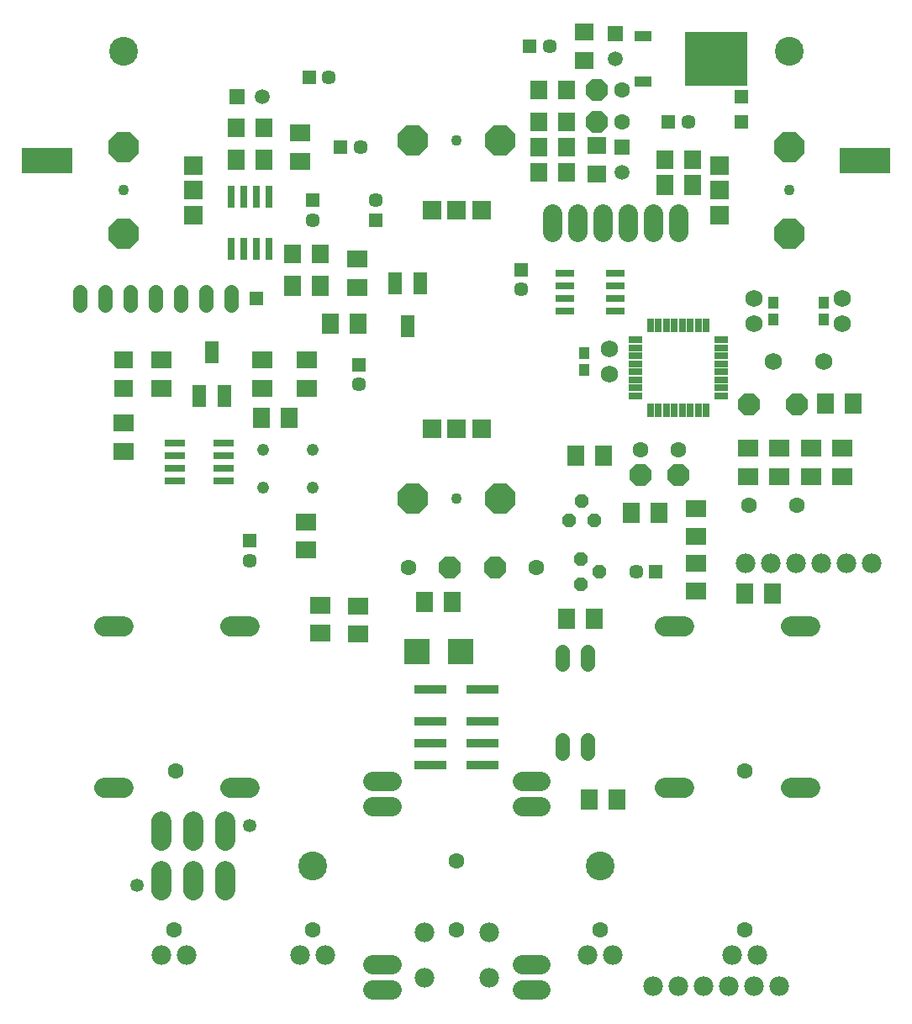
<source format=gbr>
G04 EAGLE Gerber X2 export*
%TF.Part,Single*%
%TF.FileFunction,Soldermask,Top,1*%
%TF.FilePolarity,Positive*%
%TF.GenerationSoftware,Autodesk,EAGLE,9.2.2*%
%TF.CreationDate,2019-06-08T20:54:27Z*%
G75*
%MOMM*%
%FSLAX34Y34*%
%LPD*%
%INSoldermask Top*%
%AMOC8*
5,1,8,0,0,1.08239X$1,22.5*%
G01*
%ADD10R,1.451600X1.451600*%
%ADD11C,1.451600*%
%ADD12R,1.101600X1.201600*%
%ADD13C,1.752600*%
%ADD14R,1.901600X1.701600*%
%ADD15C,1.244600*%
%ADD16R,1.701600X1.901600*%
%ADD17C,1.509600*%
%ADD18R,1.509600X1.509600*%
%ADD19R,0.711200X2.311400*%
%ADD20C,1.981200*%
%ADD21R,1.701600X2.101600*%
%ADD22R,2.101600X1.701600*%
%ADD23R,1.422400X2.286000*%
%ADD24R,1.981200X1.981200*%
%ADD25P,3.357141X8X22.500000*%
%ADD26C,1.101600*%
%ADD27R,1.422400X1.422400*%
%ADD28C,1.422400*%
%ADD29R,2.082800X0.660400*%
%ADD30R,1.371600X0.660400*%
%ADD31R,0.660400X1.371600*%
%ADD32P,3.357141X8X112.500000*%
%ADD33P,3.357141X8X202.500000*%
%ADD34P,3.357141X8X292.500000*%
%ADD35R,3.201600X0.901600*%
%ADD36C,2.051600*%
%ADD37R,1.701600X1.101600*%
%ADD38R,6.301600X5.501600*%
%ADD39P,2.446851X8X22.500000*%
%ADD40R,2.501600X2.501600*%
%ADD41R,1.371600X1.371600*%
%ADD42C,1.351600*%
%ADD43C,1.981200*%
%ADD44C,2.901600*%
%ADD45R,5.181600X2.641600*%
%ADD46P,1.539592X8X22.500000*%
%ADD47R,1.821600X0.701600*%
%ADD48C,1.601600*%
%ADD49P,2.446851X8X202.500000*%
%ADD50P,1.539592X8X292.500000*%


D10*
X343874Y644664D03*
D11*
X343874Y624664D03*
D10*
X360700Y790100D03*
D11*
X360700Y810100D03*
D10*
X297200Y810100D03*
D11*
X297200Y790100D03*
D12*
X811550Y707000D03*
X811550Y690000D03*
X760750Y707000D03*
X760750Y690000D03*
D13*
X595650Y635000D03*
X595650Y660400D03*
D10*
X325300Y863600D03*
D11*
X345300Y863600D03*
D14*
X106700Y649000D03*
X106700Y621000D03*
D15*
X296800Y520700D03*
X246800Y520700D03*
D10*
X293550Y933450D03*
D11*
X313550Y933450D03*
D16*
X247700Y882650D03*
X219700Y882650D03*
X276850Y755650D03*
X304850Y755650D03*
D17*
X246400Y914400D03*
D18*
X221000Y914400D03*
D19*
X214650Y761238D03*
X227350Y761238D03*
X240050Y761238D03*
X252750Y761238D03*
X252750Y813562D03*
X240050Y813562D03*
X227350Y813562D03*
X214650Y813562D03*
D20*
X538500Y796798D02*
X538500Y778002D01*
X563900Y778002D02*
X563900Y796798D01*
X589300Y796798D02*
X589300Y778002D01*
X614700Y778002D02*
X614700Y796798D01*
X640100Y796798D02*
X640100Y778002D01*
X665500Y778002D02*
X665500Y796798D01*
D21*
X219700Y850900D03*
X247700Y850900D03*
X276850Y723900D03*
X304850Y723900D03*
X314950Y685800D03*
X342950Y685800D03*
D22*
X341650Y750600D03*
X341650Y722600D03*
D23*
X405180Y726850D03*
X392450Y682850D03*
X379720Y726850D03*
D21*
X679500Y825500D03*
X651500Y825500D03*
D22*
X284500Y877600D03*
X284500Y849600D03*
X144800Y621000D03*
X144800Y649000D03*
D21*
X245100Y590550D03*
X273100Y590550D03*
D22*
X342926Y401539D03*
X342926Y373539D03*
X106700Y557500D03*
X106700Y585500D03*
X290850Y649000D03*
X290850Y621000D03*
X246400Y649000D03*
X246400Y621000D03*
D23*
X182870Y613000D03*
X195600Y657000D03*
X208330Y613000D03*
D24*
X177000Y845000D03*
X177000Y820000D03*
X177000Y795000D03*
D25*
X107000Y864000D03*
X107000Y776000D03*
D26*
X107000Y820000D03*
D27*
X240050Y711200D03*
D28*
X214650Y717804D02*
X214650Y704596D01*
X189250Y704596D02*
X189250Y717804D01*
X163850Y717804D02*
X163850Y704596D01*
X138450Y704596D02*
X138450Y717804D01*
X113050Y717804D02*
X113050Y704596D01*
X87650Y704596D02*
X87650Y717804D01*
X62250Y717804D02*
X62250Y704596D01*
D29*
X207538Y527050D03*
X207538Y539750D03*
X207538Y552450D03*
X207538Y565150D03*
X158262Y565150D03*
X158262Y552450D03*
X158262Y539750D03*
X158262Y527050D03*
D30*
X708426Y613350D03*
X708426Y621350D03*
X708426Y629350D03*
X708426Y637350D03*
X708426Y645350D03*
X708426Y653350D03*
X708426Y661350D03*
X708426Y669350D03*
D31*
X693500Y684276D03*
X685500Y684276D03*
X677500Y684276D03*
X669500Y684276D03*
X661500Y684276D03*
X653500Y684276D03*
X645500Y684276D03*
X637500Y684276D03*
D30*
X622574Y669350D03*
X622574Y661350D03*
X622574Y653350D03*
X622574Y645350D03*
X622574Y637350D03*
X622574Y629350D03*
X622574Y621350D03*
X622574Y613350D03*
D31*
X637500Y598424D03*
X645500Y598424D03*
X653500Y598424D03*
X661500Y598424D03*
X669500Y598424D03*
X677500Y598424D03*
X685500Y598424D03*
X693500Y598424D03*
D13*
X760750Y647700D03*
X811550Y647700D03*
D22*
X767100Y532100D03*
X767100Y560100D03*
X798850Y532100D03*
X798850Y560100D03*
X830600Y532100D03*
X830600Y560100D03*
X735350Y532100D03*
X735350Y560100D03*
D24*
X417000Y580000D03*
X442000Y580000D03*
X467000Y580000D03*
D32*
X398000Y510000D03*
X486000Y510000D03*
D26*
X442000Y510000D03*
D24*
X707000Y795000D03*
X707000Y820000D03*
X707000Y845000D03*
D33*
X777000Y776000D03*
X777000Y864000D03*
D26*
X777000Y820000D03*
D24*
X467000Y800000D03*
X442000Y800000D03*
X417000Y800000D03*
D34*
X486000Y870000D03*
X398000Y870000D03*
D26*
X442000Y870000D03*
D22*
X304399Y374155D03*
X304399Y402155D03*
D21*
X437489Y405703D03*
X409489Y405703D03*
D35*
X415261Y317400D03*
X415261Y285400D03*
X415261Y263400D03*
X415261Y241400D03*
X468261Y317400D03*
X468261Y285400D03*
X468261Y263400D03*
X468261Y241400D03*
D21*
X646205Y495312D03*
X618205Y495312D03*
X561938Y553029D03*
X589938Y553029D03*
D22*
X682778Y471657D03*
X682778Y499657D03*
D36*
X106250Y218850D02*
X86750Y218850D01*
X86750Y381150D02*
X106250Y381150D01*
X213750Y218850D02*
X233250Y218850D01*
X233250Y381150D02*
X213750Y381150D01*
X778750Y381150D02*
X798250Y381150D01*
X798250Y218850D02*
X778750Y218850D01*
X671250Y381150D02*
X651750Y381150D01*
X651750Y218850D02*
X671250Y218850D01*
D16*
X651500Y850900D03*
X679500Y850900D03*
D10*
X655500Y889000D03*
D11*
X675500Y889000D03*
D10*
X515800Y965200D03*
D11*
X535800Y965200D03*
D14*
X570250Y979200D03*
X570250Y951200D03*
D17*
X608350Y838200D03*
D18*
X608350Y863600D03*
D17*
X602000Y952500D03*
D18*
X602000Y977900D03*
D37*
X630200Y975300D03*
X630200Y929700D03*
D38*
X703200Y952500D03*
D10*
X233700Y467200D03*
D11*
X233700Y447200D03*
D21*
X575429Y206433D03*
X603429Y206433D03*
D15*
X296800Y558800D03*
X246800Y558800D03*
D16*
X524500Y889000D03*
X552500Y889000D03*
X524500Y863600D03*
X552500Y863600D03*
X524500Y838200D03*
X552500Y838200D03*
D14*
X582950Y864900D03*
X582950Y836900D03*
D39*
X627400Y533400D03*
X665500Y533400D03*
X582950Y920750D03*
X582950Y889000D03*
D40*
X402200Y355600D03*
X446200Y355600D03*
D41*
X729000Y914400D03*
X729000Y889000D03*
D36*
X145000Y135000D02*
X145000Y115500D01*
X177000Y115500D02*
X177000Y135000D01*
X209000Y135000D02*
X209000Y115500D01*
X209000Y165000D02*
X209000Y184500D01*
X177000Y184500D02*
X177000Y165000D01*
X145000Y165000D02*
X145000Y184500D01*
D42*
X120000Y120000D03*
X234000Y180000D03*
D43*
X474512Y72606D03*
X409488Y72606D03*
X474512Y27394D03*
X409488Y27394D03*
X170200Y50000D03*
X144800Y50000D03*
X309900Y50000D03*
X284500Y50000D03*
X599700Y50000D03*
X574300Y50000D03*
X744700Y50000D03*
X719300Y50000D03*
D21*
X759908Y414194D03*
X731908Y414194D03*
D44*
X107000Y960000D03*
X777000Y960000D03*
D16*
X552500Y920750D03*
X524500Y920750D03*
D45*
X853134Y850000D03*
X29946Y850000D03*
D46*
X580644Y488094D03*
X567944Y507144D03*
X555244Y488094D03*
D13*
X741700Y711200D03*
X741700Y685800D03*
X830600Y711200D03*
X830600Y685800D03*
D12*
X570250Y639200D03*
X570250Y656200D03*
D44*
X297000Y140000D03*
X587000Y140000D03*
D47*
X602000Y698500D03*
X602000Y711200D03*
X602000Y723900D03*
X602000Y736600D03*
X551200Y736600D03*
X551200Y723900D03*
X551200Y711200D03*
X551200Y698500D03*
D10*
X506750Y740250D03*
D11*
X506750Y720250D03*
D48*
X608350Y889000D03*
X608350Y920750D03*
X627400Y558800D03*
X665500Y558800D03*
D49*
X785183Y604258D03*
D39*
X736512Y604258D03*
D48*
X785183Y502936D03*
X736512Y502936D03*
D21*
X813494Y605553D03*
X841494Y605553D03*
D48*
X393696Y440002D03*
X522315Y440002D03*
D39*
X435510Y440002D03*
X480500Y440002D03*
D20*
X507602Y200000D02*
X526398Y200000D01*
X526398Y225400D02*
X507602Y225400D01*
X376398Y200000D02*
X357602Y200000D01*
X357602Y225400D02*
X376398Y225400D01*
X507602Y15000D02*
X526398Y15000D01*
X526398Y40400D02*
X507602Y40400D01*
X376398Y15000D02*
X357602Y15000D01*
X357602Y40400D02*
X376398Y40400D01*
D43*
X766746Y18896D03*
X741346Y18896D03*
X715946Y18896D03*
X690546Y18896D03*
X665146Y18896D03*
X639746Y18896D03*
X860263Y444561D03*
X834863Y444561D03*
X809463Y444561D03*
X784063Y444561D03*
X758663Y444561D03*
X733263Y444561D03*
D48*
X157500Y75000D03*
X297200Y75000D03*
X587000Y75000D03*
X732000Y75000D03*
X159511Y235000D03*
X732000Y235000D03*
X442000Y75000D03*
X442000Y145000D03*
D28*
X573857Y342533D02*
X573857Y355741D01*
X548457Y355741D02*
X548457Y342533D01*
X548457Y266333D02*
X548457Y253125D01*
X573857Y253125D02*
X573857Y266333D01*
D50*
X566828Y423537D03*
X585878Y436237D03*
X566828Y448937D03*
D22*
X683176Y416622D03*
X683176Y444622D03*
D10*
X642699Y436411D03*
D11*
X622699Y436411D03*
D21*
X580746Y388234D03*
X552746Y388234D03*
D22*
X290458Y457711D03*
X290458Y485711D03*
M02*

</source>
